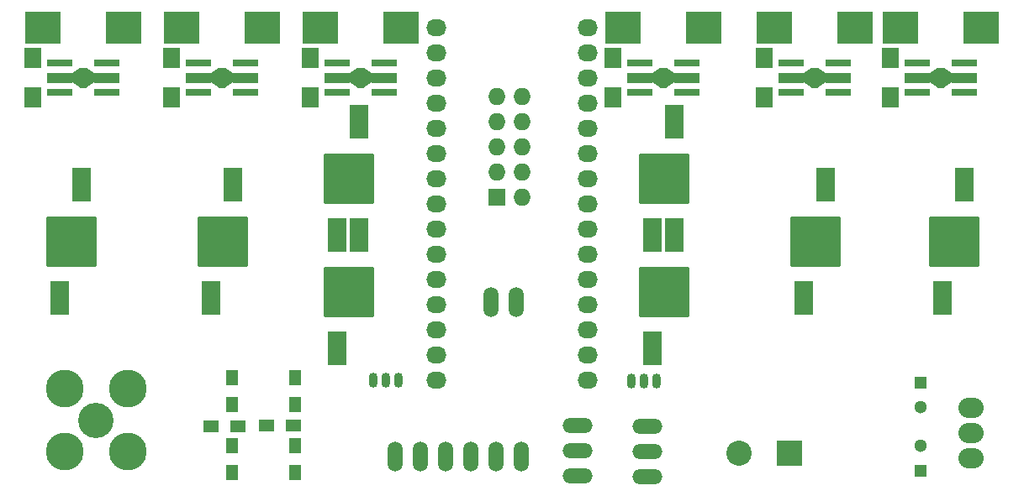
<source format=gbs>
G04 #@! TF.FileFunction,Soldermask,Bot*
%FSLAX46Y46*%
G04 Gerber Fmt 4.6, Leading zero omitted, Abs format (unit mm)*
G04 Created by KiCad (PCBNEW 4.0.4+e1-6308~48~ubuntu14.04.1-stable) date Sun Sep  4 20:51:27 2016*
%MOMM*%
%LPD*%
G01*
G04 APERTURE LIST*
%ADD10C,0.100000*%
%ADD11R,3.600000X3.200000*%
%ADD12R,1.902460X3.502660*%
%ADD13R,1.727200X1.727200*%
%ADD14O,1.727200X1.727200*%
%ADD15O,1.506220X3.014980*%
%ADD16R,2.540000X2.540000*%
%ADD17C,2.540000*%
%ADD18R,1.300000X1.300000*%
%ADD19C,1.300000*%
%ADD20C,3.810000*%
%ADD21C,3.556000*%
%ADD22O,2.032000X1.727200*%
%ADD23R,1.700000X2.000000*%
%ADD24R,1.300000X1.500000*%
%ADD25R,1.500000X1.300000*%
%ADD26O,0.899160X1.501140*%
%ADD27O,2.540000X2.032000*%
%ADD28R,2.501900X0.701040*%
%ADD29R,2.501900X1.000760*%
%ADD30R,0.800100X1.998980*%
%ADD31O,3.014980X1.506220*%
%ADD32C,0.254000*%
G04 APERTURE END LIST*
D10*
D11*
X170470000Y-67310000D03*
X162270000Y-67310000D03*
X157770000Y-67310000D03*
X149570000Y-67310000D03*
X142530000Y-67310000D03*
X134330000Y-67310000D03*
X112050000Y-67310000D03*
X103850000Y-67310000D03*
X98080000Y-67310000D03*
X89880000Y-67310000D03*
X84110000Y-67310000D03*
X75910000Y-67310000D03*
D12*
X166517320Y-94648020D03*
X168762680Y-83151980D03*
X152547320Y-94648020D03*
X154792680Y-83151980D03*
X137307320Y-99728020D03*
X139552680Y-88231980D03*
X137307320Y-88298020D03*
X139552680Y-76801980D03*
X105557320Y-99728020D03*
X107802680Y-88231980D03*
X105557320Y-88298020D03*
X107802680Y-76801980D03*
X92857320Y-94648020D03*
X95102680Y-83151980D03*
X77617320Y-94648020D03*
X79862680Y-83151980D03*
D13*
X121666000Y-84455000D03*
D14*
X124206000Y-84455000D03*
X121666000Y-81915000D03*
X124206000Y-81915000D03*
X121666000Y-79375000D03*
X124206000Y-79375000D03*
X121666000Y-76835000D03*
X124206000Y-76835000D03*
X121666000Y-74295000D03*
X124206000Y-74295000D03*
D15*
X124142500Y-110617000D03*
X121602500Y-110617000D03*
X119062500Y-110617000D03*
X116522500Y-110617000D03*
X113982500Y-110617000D03*
X111442500Y-110617000D03*
D16*
X151130000Y-110236000D03*
D17*
X146050000Y-110236000D03*
D18*
X164338000Y-103124000D03*
D19*
X164338000Y-105624000D03*
D18*
X164338000Y-112014000D03*
D19*
X164338000Y-109514000D03*
D15*
X121031000Y-94996000D03*
X123571000Y-94996000D03*
D20*
X78105000Y-110109000D03*
D21*
X81280000Y-106934000D03*
D20*
X84455000Y-110109000D03*
X78105000Y-103759000D03*
X84455000Y-103759000D03*
D22*
X130810000Y-102870000D03*
X130810000Y-100330000D03*
X130810000Y-97790000D03*
X130810000Y-95250000D03*
X130810000Y-92710000D03*
X130810000Y-90170000D03*
X130810000Y-87630000D03*
X130810000Y-85090000D03*
X130810000Y-82550000D03*
X130810000Y-80010000D03*
X130810000Y-77470000D03*
X130810000Y-74930000D03*
X130810000Y-72390000D03*
X130810000Y-69850000D03*
X130810000Y-67310000D03*
X115570000Y-102870000D03*
X115570000Y-100330000D03*
X115570000Y-97790000D03*
X115570000Y-95250000D03*
X115570000Y-92710000D03*
X115570000Y-90170000D03*
X115570000Y-87630000D03*
X115570000Y-85090000D03*
X115570000Y-82550000D03*
X115570000Y-80010000D03*
X115570000Y-77470000D03*
X115570000Y-74930000D03*
X115570000Y-72390000D03*
X115570000Y-69850000D03*
X115570000Y-67310000D03*
D23*
X161290000Y-74390000D03*
X161290000Y-70390000D03*
X88900000Y-74390000D03*
X88900000Y-70390000D03*
X148590000Y-74390000D03*
X148590000Y-70390000D03*
X74930000Y-74390000D03*
X74930000Y-70390000D03*
X133350000Y-74390000D03*
X133350000Y-70390000D03*
X102870000Y-74390000D03*
X102870000Y-70390000D03*
D24*
X94996000Y-102663000D03*
X94996000Y-105363000D03*
X94996000Y-112221000D03*
X94996000Y-109521000D03*
D25*
X95584000Y-107569000D03*
X92884000Y-107569000D03*
D24*
X101346000Y-112221000D03*
X101346000Y-109521000D03*
D25*
X98472000Y-107442000D03*
X101172000Y-107442000D03*
D24*
X101346000Y-102663000D03*
X101346000Y-105363000D03*
D26*
X110490000Y-102870000D03*
X109220000Y-102870000D03*
X111760000Y-102870000D03*
X136461500Y-102997000D03*
X135191500Y-102997000D03*
X137731500Y-102997000D03*
D27*
X169418000Y-108204000D03*
X169418000Y-110744000D03*
X169418000Y-105664000D03*
D10*
G36*
X165268910Y-71889620D02*
X166018210Y-71389240D01*
X166018210Y-73390760D01*
X165268910Y-72890380D01*
X165268910Y-71889620D01*
X165268910Y-71889620D01*
G37*
D28*
X164017960Y-70888860D03*
X164017960Y-73891140D03*
X168722040Y-70888860D03*
D29*
X168722040Y-72390000D03*
D28*
X168722040Y-73891140D03*
D29*
X164017960Y-72390000D03*
D10*
G36*
X167471090Y-72890380D02*
X166721790Y-73390760D01*
X166721790Y-71389240D01*
X167471090Y-71889620D01*
X167471090Y-72890380D01*
X167471090Y-72890380D01*
G37*
D30*
X166370000Y-72390000D03*
D10*
G36*
X92878910Y-71889620D02*
X93628210Y-71389240D01*
X93628210Y-73390760D01*
X92878910Y-72890380D01*
X92878910Y-71889620D01*
X92878910Y-71889620D01*
G37*
D28*
X91627960Y-70888860D03*
X91627960Y-73891140D03*
X96332040Y-70888860D03*
D29*
X96332040Y-72390000D03*
D28*
X96332040Y-73891140D03*
D29*
X91627960Y-72390000D03*
D10*
G36*
X95081090Y-72890380D02*
X94331790Y-73390760D01*
X94331790Y-71389240D01*
X95081090Y-71889620D01*
X95081090Y-72890380D01*
X95081090Y-72890380D01*
G37*
D30*
X93980000Y-72390000D03*
D10*
G36*
X152568910Y-71889620D02*
X153318210Y-71389240D01*
X153318210Y-73390760D01*
X152568910Y-72890380D01*
X152568910Y-71889620D01*
X152568910Y-71889620D01*
G37*
D28*
X151317960Y-70888860D03*
X151317960Y-73891140D03*
X156022040Y-70888860D03*
D29*
X156022040Y-72390000D03*
D28*
X156022040Y-73891140D03*
D29*
X151317960Y-72390000D03*
D10*
G36*
X154771090Y-72890380D02*
X154021790Y-73390760D01*
X154021790Y-71389240D01*
X154771090Y-71889620D01*
X154771090Y-72890380D01*
X154771090Y-72890380D01*
G37*
D30*
X153670000Y-72390000D03*
D10*
G36*
X78908910Y-71889620D02*
X79658210Y-71389240D01*
X79658210Y-73390760D01*
X78908910Y-72890380D01*
X78908910Y-71889620D01*
X78908910Y-71889620D01*
G37*
D28*
X77657960Y-70888860D03*
X77657960Y-73891140D03*
X82362040Y-70888860D03*
D29*
X82362040Y-72390000D03*
D28*
X82362040Y-73891140D03*
D29*
X77657960Y-72390000D03*
D10*
G36*
X81111090Y-72890380D02*
X80361790Y-73390760D01*
X80361790Y-71389240D01*
X81111090Y-71889620D01*
X81111090Y-72890380D01*
X81111090Y-72890380D01*
G37*
D30*
X80010000Y-72390000D03*
D10*
G36*
X137328910Y-71889620D02*
X138078210Y-71389240D01*
X138078210Y-73390760D01*
X137328910Y-72890380D01*
X137328910Y-71889620D01*
X137328910Y-71889620D01*
G37*
D28*
X136077960Y-70888860D03*
X136077960Y-73891140D03*
X140782040Y-70888860D03*
D29*
X140782040Y-72390000D03*
D28*
X140782040Y-73891140D03*
D29*
X136077960Y-72390000D03*
D10*
G36*
X139531090Y-72890380D02*
X138781790Y-73390760D01*
X138781790Y-71389240D01*
X139531090Y-71889620D01*
X139531090Y-72890380D01*
X139531090Y-72890380D01*
G37*
D30*
X138430000Y-72390000D03*
D10*
G36*
X106848910Y-71889620D02*
X107598210Y-71389240D01*
X107598210Y-73390760D01*
X106848910Y-72890380D01*
X106848910Y-71889620D01*
X106848910Y-71889620D01*
G37*
D28*
X105597960Y-70888860D03*
X105597960Y-73891140D03*
X110302040Y-70888860D03*
D29*
X110302040Y-72390000D03*
D28*
X110302040Y-73891140D03*
D29*
X105597960Y-72390000D03*
D10*
G36*
X109051090Y-72890380D02*
X108301790Y-73390760D01*
X108301790Y-71389240D01*
X109051090Y-71889620D01*
X109051090Y-72890380D01*
X109051090Y-72890380D01*
G37*
D30*
X107950000Y-72390000D03*
D31*
X129794000Y-107442000D03*
X129794000Y-109982000D03*
X129794000Y-112522000D03*
X136779000Y-107569000D03*
X136779000Y-110109000D03*
X136779000Y-112649000D03*
D32*
G36*
X81153000Y-91313000D02*
X76327000Y-91313000D01*
X76327000Y-86487000D01*
X81153000Y-86487000D01*
X81153000Y-91313000D01*
X81153000Y-91313000D01*
G37*
X81153000Y-91313000D02*
X76327000Y-91313000D01*
X76327000Y-86487000D01*
X81153000Y-86487000D01*
X81153000Y-91313000D01*
G36*
X96393000Y-91313000D02*
X91567000Y-91313000D01*
X91567000Y-86487000D01*
X96393000Y-86487000D01*
X96393000Y-91313000D01*
X96393000Y-91313000D01*
G37*
X96393000Y-91313000D02*
X91567000Y-91313000D01*
X91567000Y-86487000D01*
X96393000Y-86487000D01*
X96393000Y-91313000D01*
G36*
X109093000Y-84963000D02*
X104267000Y-84963000D01*
X104267000Y-80137000D01*
X109093000Y-80137000D01*
X109093000Y-84963000D01*
X109093000Y-84963000D01*
G37*
X109093000Y-84963000D02*
X104267000Y-84963000D01*
X104267000Y-80137000D01*
X109093000Y-80137000D01*
X109093000Y-84963000D01*
G36*
X109093000Y-96393000D02*
X104267000Y-96393000D01*
X104267000Y-91567000D01*
X109093000Y-91567000D01*
X109093000Y-96393000D01*
X109093000Y-96393000D01*
G37*
X109093000Y-96393000D02*
X104267000Y-96393000D01*
X104267000Y-91567000D01*
X109093000Y-91567000D01*
X109093000Y-96393000D01*
G36*
X170053000Y-91313000D02*
X165227000Y-91313000D01*
X165227000Y-86487000D01*
X170053000Y-86487000D01*
X170053000Y-91313000D01*
X170053000Y-91313000D01*
G37*
X170053000Y-91313000D02*
X165227000Y-91313000D01*
X165227000Y-86487000D01*
X170053000Y-86487000D01*
X170053000Y-91313000D01*
G36*
X156083000Y-91313000D02*
X151257000Y-91313000D01*
X151257000Y-86487000D01*
X156083000Y-86487000D01*
X156083000Y-91313000D01*
X156083000Y-91313000D01*
G37*
X156083000Y-91313000D02*
X151257000Y-91313000D01*
X151257000Y-86487000D01*
X156083000Y-86487000D01*
X156083000Y-91313000D01*
G36*
X140843000Y-84963000D02*
X136017000Y-84963000D01*
X136017000Y-80137000D01*
X140843000Y-80137000D01*
X140843000Y-84963000D01*
X140843000Y-84963000D01*
G37*
X140843000Y-84963000D02*
X136017000Y-84963000D01*
X136017000Y-80137000D01*
X140843000Y-80137000D01*
X140843000Y-84963000D01*
G36*
X140843000Y-96393000D02*
X136017000Y-96393000D01*
X136017000Y-91567000D01*
X140843000Y-91567000D01*
X140843000Y-96393000D01*
X140843000Y-96393000D01*
G37*
X140843000Y-96393000D02*
X136017000Y-96393000D01*
X136017000Y-91567000D01*
X140843000Y-91567000D01*
X140843000Y-96393000D01*
M02*

</source>
